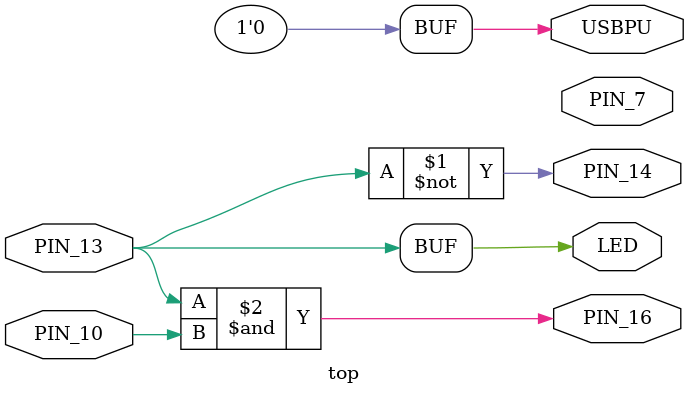
<source format=v>


module top (
	input PIN_13, PIN_10,
	output PIN_14, PIN_16, PIN_7,
    output LED,   // User/boot LED next to power LED
    output USBPU  // USB pull-up resistor
);
    // drive USB pull-up resistor to '0' to disable USB
    assign USBPU = 0;
	
	assign LED = PIN_13;
	assign PIN_14 = ~PIN_13;
	assign PIN_16 = PIN_13 & PIN_10;
	
endmodule

</source>
